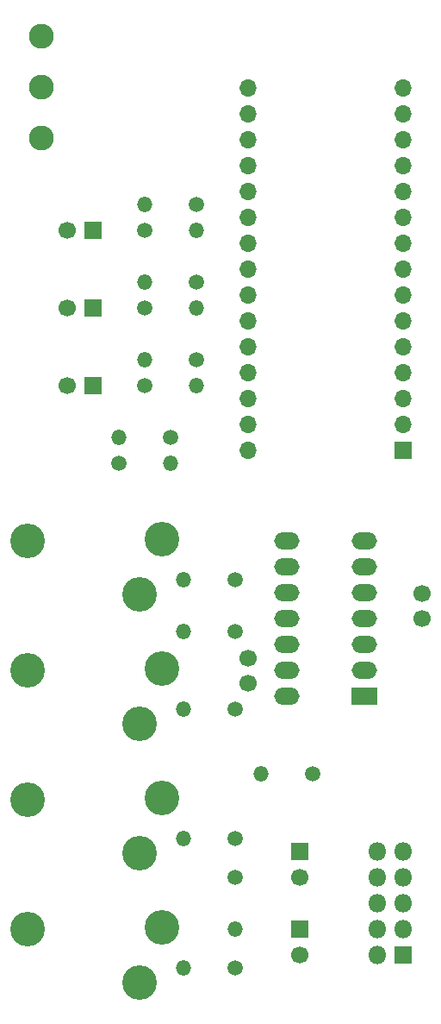
<source format=gbr>
%TF.GenerationSoftware,KiCad,Pcbnew,(5.1.6)-1*%
%TF.CreationDate,2021-04-21T22:04:27+02:00*%
%TF.ProjectId,answertainty,616e7377-6572-4746-9169-6e74792e6b69,rev?*%
%TF.SameCoordinates,Original*%
%TF.FileFunction,Soldermask,Top*%
%TF.FilePolarity,Negative*%
%FSLAX46Y46*%
G04 Gerber Fmt 4.6, Leading zero omitted, Abs format (unit mm)*
G04 Created by KiCad (PCBNEW (5.1.6)-1) date 2021-04-21 22:04:27*
%MOMM*%
%LPD*%
G01*
G04 APERTURE LIST*
%ADD10C,1.700000*%
%ADD11O,1.500000X1.500000*%
%ADD12C,1.500000*%
%ADD13C,3.400000*%
%ADD14O,1.700000X1.700000*%
%ADD15R,1.700000X1.700000*%
%ADD16O,1.800000X1.800000*%
%ADD17R,1.800000X1.800000*%
%ADD18C,2.440000*%
%ADD19O,2.500000X1.700000*%
%ADD20R,2.500000X1.700000*%
G04 APERTURE END LIST*
D10*
%TO.C,C7*%
X123190000Y-125730000D03*
X123190000Y-123230000D03*
%TD*%
%TO.C,C6*%
X140335000Y-119380000D03*
X140335000Y-116880000D03*
%TD*%
D11*
%TO.C,R7*%
X121920000Y-149860000D03*
D12*
X121920000Y-144780000D03*
%TD*%
D13*
%TO.C,J4*%
X114760000Y-111560000D03*
X112560000Y-116960000D03*
X101560000Y-111760000D03*
%TD*%
D14*
%TO.C,A1*%
X123190000Y-67310000D03*
X138430000Y-67310000D03*
X123190000Y-102870000D03*
X138430000Y-69850000D03*
X123190000Y-100330000D03*
X138430000Y-72390000D03*
X123190000Y-97790000D03*
X138430000Y-74930000D03*
X123190000Y-95250000D03*
X138430000Y-77470000D03*
X123190000Y-92710000D03*
X138430000Y-80010000D03*
X123190000Y-90170000D03*
X138430000Y-82550000D03*
X123190000Y-87630000D03*
X138430000Y-85090000D03*
X123190000Y-85090000D03*
X138430000Y-87630000D03*
X123190000Y-82550000D03*
X138430000Y-90170000D03*
X123190000Y-80010000D03*
X138430000Y-92710000D03*
X123190000Y-77470000D03*
X138430000Y-95250000D03*
X123190000Y-74930000D03*
X138430000Y-97790000D03*
X123190000Y-72390000D03*
X138430000Y-100330000D03*
X123190000Y-69850000D03*
D15*
X138430000Y-102870000D03*
%TD*%
D10*
%TO.C,C4*%
X128270000Y-144740000D03*
D15*
X128270000Y-142240000D03*
%TD*%
D10*
%TO.C,C5*%
X128270000Y-152360000D03*
D15*
X128270000Y-149860000D03*
%TD*%
D11*
%TO.C,R15*%
X115570000Y-104140000D03*
D12*
X110490000Y-104140000D03*
%TD*%
D11*
%TO.C,R14*%
X110490000Y-101600000D03*
D12*
X115570000Y-101600000D03*
%TD*%
D11*
%TO.C,R13*%
X113030000Y-93980000D03*
D12*
X118110000Y-93980000D03*
%TD*%
%TO.C,R12*%
X118110000Y-78740000D03*
D11*
X113030000Y-78740000D03*
%TD*%
%TO.C,R11*%
X113030000Y-86360000D03*
D12*
X118110000Y-86360000D03*
%TD*%
D11*
%TO.C,R10*%
X118110000Y-96520000D03*
D12*
X113030000Y-96520000D03*
%TD*%
D11*
%TO.C,R9*%
X118110000Y-81280000D03*
D12*
X113030000Y-81280000D03*
%TD*%
D11*
%TO.C,R8*%
X118110000Y-88900000D03*
D12*
X113030000Y-88900000D03*
%TD*%
D11*
%TO.C,R6*%
X116840000Y-120650000D03*
D12*
X121920000Y-120650000D03*
%TD*%
D11*
%TO.C,R5*%
X124460000Y-134620000D03*
D12*
X129540000Y-134620000D03*
%TD*%
D11*
%TO.C,R4*%
X116840000Y-153670000D03*
D12*
X121920000Y-153670000D03*
%TD*%
D11*
%TO.C,R3*%
X116840000Y-115570000D03*
D12*
X121920000Y-115570000D03*
%TD*%
D11*
%TO.C,R2*%
X116840000Y-128270000D03*
D12*
X121920000Y-128270000D03*
%TD*%
D11*
%TO.C,R1*%
X116840000Y-140970000D03*
D12*
X121920000Y-140970000D03*
%TD*%
D16*
%TO.C,J5*%
X135890000Y-142240000D03*
X138430000Y-142240000D03*
X135890000Y-144780000D03*
X138430000Y-144780000D03*
X135890000Y-147320000D03*
X138430000Y-147320000D03*
X135890000Y-149860000D03*
X138430000Y-149860000D03*
X135890000Y-152400000D03*
D17*
X138430000Y-152400000D03*
%TD*%
D13*
%TO.C,J1*%
X101560000Y-149860000D03*
X112560000Y-155060000D03*
X114760000Y-149660000D03*
%TD*%
D18*
%TO.C,RV1*%
X102870000Y-62230000D03*
X102870000Y-67230000D03*
X102870000Y-72230000D03*
%TD*%
D13*
%TO.C,J3*%
X114760000Y-136960000D03*
X112560000Y-142360000D03*
X101560000Y-137160000D03*
%TD*%
%TO.C,J2*%
X114760000Y-124260000D03*
X112560000Y-129660000D03*
X101560000Y-124460000D03*
%TD*%
D19*
%TO.C,U1*%
X127000000Y-127000000D03*
X134620000Y-111760000D03*
X127000000Y-124460000D03*
X134620000Y-114300000D03*
X127000000Y-121920000D03*
X134620000Y-116840000D03*
X127000000Y-119380000D03*
X134620000Y-119380000D03*
X127000000Y-116840000D03*
X134620000Y-121920000D03*
X127000000Y-114300000D03*
X134620000Y-124460000D03*
X127000000Y-111760000D03*
D20*
X134620000Y-127000000D03*
%TD*%
D15*
%TO.C,C3*%
X107950000Y-96520000D03*
D10*
X105450000Y-96520000D03*
%TD*%
D15*
%TO.C,C2*%
X107950000Y-81280000D03*
D10*
X105450000Y-81280000D03*
%TD*%
D15*
%TO.C,C1*%
X107950000Y-88900000D03*
D10*
X105450000Y-88900000D03*
%TD*%
M02*

</source>
